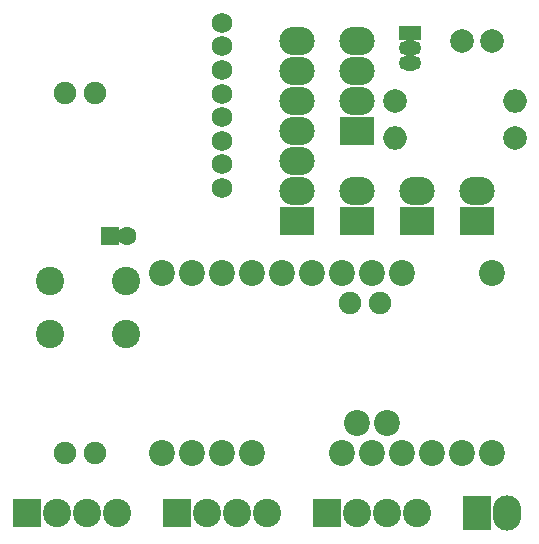
<source format=gbr>
G04 #@! TF.FileFunction,Soldermask,Bot*
%FSLAX46Y46*%
G04 Gerber Fmt 4.6, Leading zero omitted, Abs format (unit mm)*
G04 Created by KiCad (PCBNEW 4.0.7) date 08/08/18 17:07:12*
%MOMM*%
%LPD*%
G01*
G04 APERTURE LIST*
%ADD10C,0.100000*%
%ADD11C,2.000000*%
%ADD12O,2.000000X2.000000*%
%ADD13C,2.200000*%
%ADD14C,1.900000*%
%ADD15R,2.400000X2.400000*%
%ADD16C,2.400000*%
%ADD17C,1.750000*%
%ADD18R,3.000000X2.400000*%
%ADD19O,3.000000X2.400000*%
%ADD20O,1.900000X1.300000*%
%ADD21R,1.900000X1.300000*%
%ADD22R,1.600000X1.600000*%
%ADD23C,1.600000*%
%ADD24R,2.400000X3.000000*%
%ADD25O,2.400000X3.000000*%
G04 APERTURE END LIST*
D10*
D11*
X163195000Y-96520000D03*
D12*
X153035000Y-96520000D03*
D13*
X133350000Y-123190000D03*
X135890000Y-123190000D03*
X138430000Y-123190000D03*
X140970000Y-123190000D03*
X148590000Y-123190000D03*
X151130000Y-123190000D03*
X153670000Y-123190000D03*
X156210000Y-123190000D03*
X158750000Y-123190000D03*
X161290000Y-123190000D03*
X161290000Y-107950000D03*
X153670000Y-107950000D03*
X151130000Y-107950000D03*
X148590000Y-107950000D03*
X146050000Y-107950000D03*
X143510000Y-107950000D03*
X140970000Y-107950000D03*
X138430000Y-107950000D03*
X135890000Y-107950000D03*
X133350000Y-107950000D03*
X149860000Y-120650000D03*
X152400000Y-120650000D03*
D14*
X149225000Y-110490000D03*
X151765000Y-110490000D03*
X127635000Y-92710000D03*
X125095000Y-92710000D03*
X127635000Y-123190000D03*
X125095000Y-123190000D03*
D15*
X121920000Y-128270000D03*
D16*
X124460000Y-128270000D03*
X127000000Y-128270000D03*
X129540000Y-128270000D03*
D17*
X138470000Y-86735000D03*
X138470000Y-100735000D03*
X138470000Y-98735000D03*
X138470000Y-96735000D03*
X138470000Y-94735000D03*
X138470000Y-92735000D03*
X138470000Y-90735000D03*
X138470000Y-88735000D03*
D15*
X134620000Y-128270000D03*
D16*
X137160000Y-128270000D03*
X139700000Y-128270000D03*
X142240000Y-128270000D03*
D18*
X144780000Y-103505000D03*
D19*
X144780000Y-100965000D03*
X144780000Y-98425000D03*
X144780000Y-95885000D03*
X144780000Y-93345000D03*
X144780000Y-90805000D03*
X144780000Y-88265000D03*
D11*
X153035000Y-93345000D03*
D12*
X163195000Y-93345000D03*
D16*
X123825000Y-113085000D03*
X123825000Y-108585000D03*
X130325000Y-113085000D03*
X130325000Y-108585000D03*
D11*
X161290000Y-88265000D03*
X158790000Y-88265000D03*
D20*
X154305000Y-88900000D03*
X154305000Y-90170000D03*
D21*
X154305000Y-87630000D03*
D22*
X128905000Y-104775000D03*
D23*
X130405000Y-104775000D03*
D15*
X147320000Y-128270000D03*
D16*
X149860000Y-128270000D03*
X152400000Y-128270000D03*
X154940000Y-128270000D03*
D18*
X149860000Y-95885000D03*
D19*
X149860000Y-93345000D03*
X149860000Y-90805000D03*
X149860000Y-88265000D03*
D18*
X149860000Y-103505000D03*
D19*
X149860000Y-100965000D03*
D18*
X154940000Y-103505000D03*
D19*
X154940000Y-100965000D03*
D18*
X160020000Y-103505000D03*
D19*
X160020000Y-100965000D03*
D24*
X160020000Y-128270000D03*
D25*
X162560000Y-128270000D03*
M02*

</source>
